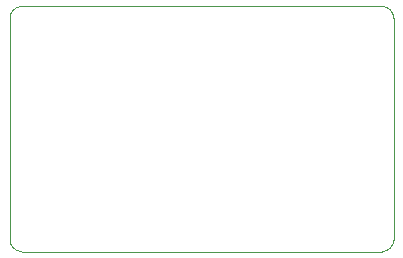
<source format=gbr>
G04 #@! TF.GenerationSoftware,KiCad,Pcbnew,5.1.2*
G04 #@! TF.CreationDate,2019-05-06T11:57:56-05:00*
G04 #@! TF.ProjectId,STM32L011Minimal,53544d33-324c-4303-9131-4d696e696d61,rev?*
G04 #@! TF.SameCoordinates,Original*
G04 #@! TF.FileFunction,Profile,NP*
%FSLAX46Y46*%
G04 Gerber Fmt 4.6, Leading zero omitted, Abs format (unit mm)*
G04 Created by KiCad (PCBNEW 5.1.2) date 2019-05-06 11:57:56*
%MOMM*%
%LPD*%
G04 APERTURE LIST*
%ADD10C,0.050000*%
G04 APERTURE END LIST*
D10*
X146500000Y-72000000D02*
X146500000Y-90750000D01*
X147500000Y-91750000D02*
G75*
G02X146500000Y-90750000I0J1000000D01*
G01*
X146500000Y-72000000D02*
G75*
G02X147500000Y-71000000I1000000J0D01*
G01*
X178000000Y-71000000D02*
G75*
G02X179000000Y-72000000I0J-1000000D01*
G01*
X179000000Y-90750000D02*
G75*
G02X178000000Y-91750000I-1000000J0D01*
G01*
X147500000Y-91750000D02*
X178000000Y-91750000D01*
X178000000Y-71000000D02*
X147500000Y-71000000D01*
X179000000Y-90750000D02*
X179000000Y-72000000D01*
M02*

</source>
